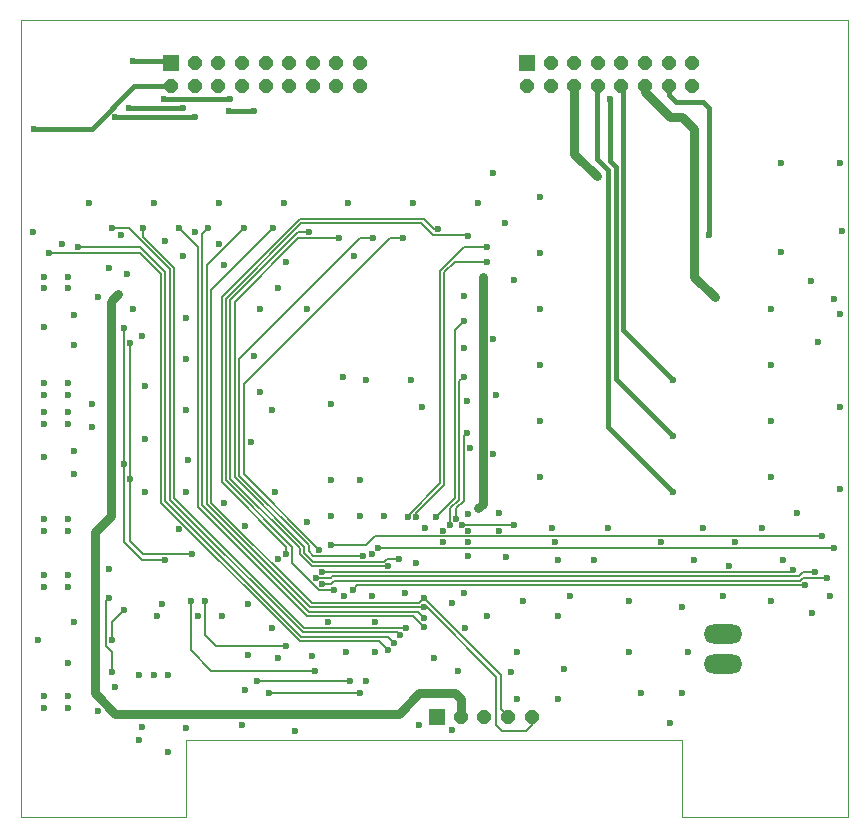
<source format=gbr>
G04 EdaTools v1.0. *
G04 EdaTools CAM processor. Gerber generator. *
G04 BEGIN HEADER *
%TF.FileFunction,Copper,L2,Bottom,Signal*%
%TF.FilePolarity,Positive*%
%MOMM*%
%FSLAX35Y35*%
%OFA0B0*%
%IPPOS*%
G04 END HEADER *
G04 BEGIN MACROS *
%AMM0*21,1,$1,$2-$3-$3,0,0,$4*
21,1,$1-$3-$3,$2,0,0,$4*
$5=$1/2*
$6=$2/2*
$7=2x$3*
1,1,$7,$5-$3,$6-$3,$4*
1,1,$7,-$5+$3,$6-$3,$4*
1,1,$7,-$5+$3,-$6+$3,$4*
1,1,$7,$5-$3,-$6+$3,$4*%
%AMM1*21,1,$1,$2,0,0,$4*
1,0,$3,0,0,0*%
G04 END MACROS *
G04 BEGIN APERTURES *
%ADD41C,0.01*%
%ADD42M1,1.28X1.28X0X90*%
%ADD43P,1.28X8X112.5*%
%ADD44O,3.2512X1.6256*%
%ADD45P,1.28X8X22.5*%
%ADD46M1,1.28X1.28X0X0*%
%ADD47C,0.6*%
%ADD48C,0.8*%
%ADD49C,0.6*%
%ADD50C,0.2*%
%ADD51C,0.4*%
G04 END APERTURES *
G04 BEGIN IMAGE *
D41*
D02*
X01400000D01*
D02*
Y00650000D01*
D02*
X05600000D01*
D02*
Y00000000D01*
D02*
X07000000D01*
D02*
Y06750000D01*
D02*
X00000000D01*
D02*
Y00000000D01*
D42*
X03525000Y00850000D03*
D43*
X03725000D03*
X03925000D03*
X04125000D03*
X04325000D03*
D44*
X05944000Y01552000D03*
Y01298000D03*
D45*
X01273000Y06187500D03*
D46*
Y06387500D03*
D45*
X01473000Y06187500D03*
Y06387500D03*
X01673000Y06187500D03*
Y06387500D03*
X01873000Y06187500D03*
Y06387500D03*
X02073000Y06187500D03*
Y06387500D03*
X02273000Y06187500D03*
Y06387500D03*
X02473000Y06187500D03*
Y06387500D03*
X02673000Y06187500D03*
Y06387500D03*
X02873000D03*
Y06187500D03*
X04285500D03*
D46*
Y06387500D03*
D45*
X04485500Y06187500D03*
Y06387500D03*
X04685500Y06187500D03*
Y06387500D03*
X04885500Y06187500D03*
Y06387500D03*
X05085500Y06187500D03*
Y06387500D03*
X05285500Y06187500D03*
Y06387500D03*
X05485500Y06187500D03*
Y06387500D03*
X05685500Y06187500D03*
Y06387500D03*
D47*
X00200000Y04575000D03*
X00400000D03*
Y04475000D03*
X00200000D03*
Y03675000D03*
Y03575000D03*
X00400000D03*
Y03675000D03*
X00200000Y03425000D03*
X00400000D03*
Y03325000D03*
X00200000D03*
Y02525000D03*
X00400000D03*
Y02425000D03*
X00200000D03*
Y02050000D03*
X00400000D03*
Y01950000D03*
X00200000D03*
Y01025000D03*
Y00925000D03*
X00400000D03*
Y01025000D03*
X01725000Y02662500D03*
X03375000Y00775000D03*
X04400000Y03825000D03*
Y03350000D03*
X04150000Y01225000D03*
X04600000Y01250000D03*
X05150000Y01400000D03*
X05250000Y01050000D03*
X05500000Y00800000D03*
X05600000Y01050000D03*
X05650000Y01400000D03*
X02025000Y03600000D03*
X01400000Y02750000D03*
X01725000Y04675000D03*
X02825000Y04750000D03*
X02025000Y04300000D03*
X01950000Y03175000D03*
X01400000Y03450000D03*
Y03875000D03*
Y04225000D03*
X00350000Y04850000D03*
X00950000Y04300000D03*
X01025000Y04075000D03*
X00450000Y04250000D03*
X00650000Y04400000D03*
X00450000Y03100000D03*
X00600000Y03300000D03*
X00450000Y02900000D03*
Y04000000D03*
X00600000Y03500000D03*
X01050000Y02750000D03*
Y03200000D03*
Y03650000D03*
X01400000Y00750000D03*
X01875000Y00775000D03*
X01900000Y01075000D03*
X01250000Y01200000D03*
X01000000D03*
X01900000Y02462500D03*
X02625000Y03500000D03*
X02175000Y04475000D03*
X02725000Y03725000D03*
X02250000Y04700000D03*
X01412500Y03025000D03*
X00750000Y04650000D03*
X04000000Y05450000D03*
X04550000Y01700000D03*
X02125000Y03450000D03*
X01125000Y01200000D03*
X01025000Y00762500D03*
X02925000Y01150000D03*
X06575000Y02575000D03*
X06275000Y02450000D03*
X05775000D03*
X05425000Y02325000D03*
X04975000Y02450000D03*
X04500000D03*
X04550000Y02175000D03*
X04850000D03*
X04112500Y02200000D03*
X04250000Y01825000D03*
X04650000Y01875000D03*
X05150000Y01825000D03*
X05600000Y01775000D03*
X05950000Y01875000D03*
X06350000Y01825000D03*
X06700000Y01725000D03*
X06850000Y01875000D03*
X06450000Y02175000D03*
X06000000Y02125000D03*
X05700000Y02175000D03*
X06350000Y02875000D03*
Y03350000D03*
Y03825000D03*
Y04300000D03*
X06937500Y05537500D03*
X06437500D03*
Y04787500D03*
X06937500Y04262500D03*
X06750000Y04025000D03*
X06937500Y03475000D03*
Y02775000D03*
X04550000Y01000000D03*
X04200000D03*
Y01400000D03*
X03500000Y01350000D03*
X03350000Y02150000D03*
X03250000Y01900000D03*
X02975000Y01875000D03*
X03000000Y01650000D03*
X02175000Y01350000D03*
X02125000Y01600000D03*
X01925000Y01800000D03*
X01700000Y01700000D03*
X01925000Y01375000D03*
X01150000Y01700000D03*
X01200000Y01800000D03*
X00800000Y01100000D03*
X00650000Y00900000D03*
X01000000Y00650000D03*
X01250000Y00550000D03*
X02325000Y00725000D03*
X03300000Y03700000D03*
X03400000Y03475000D03*
X02925000Y03700000D03*
X02425000Y04300000D03*
X01975000Y03900000D03*
X03750000Y04412500D03*
X04100000Y05025000D03*
X02150000Y02750000D03*
X02625000Y02850000D03*
X02425000Y02500000D03*
X02875000Y02550000D03*
Y02850000D03*
X03075000Y02550000D03*
X03425000Y02450000D03*
X03575000Y02325000D03*
X03787500Y02212500D03*
X03750000Y01900000D03*
X03700000Y01237500D03*
X03650000Y00737500D03*
X01500000Y01700000D03*
X01337500Y02437500D03*
X00750000Y02100000D03*
X04050000Y02575000D03*
X04000000Y03075000D03*
X04025000Y03575000D03*
X04000000Y04050000D03*
X03750000Y03975000D03*
X03775000Y03525000D03*
X03800000Y03125000D03*
X03875000Y05200000D03*
X04400000Y05250000D03*
Y04775000D03*
Y04300000D03*
X04175000Y04550000D03*
X04400000Y02875000D03*
X04050000Y02425000D03*
X02737500Y01875000D03*
X03950000Y01700000D03*
X06887500Y04387500D03*
X06687500Y04537500D03*
X06950000Y04962500D03*
X03650000Y01812500D03*
X03762500Y01600000D03*
X04525000Y02325000D03*
X06050000D03*
X02975000Y02225000D03*
X03000000Y01400000D03*
X02750000D03*
X02462500Y01362500D03*
X02625000Y02550000D03*
X02175000Y02187500D03*
X00450000Y01650000D03*
X00400000Y01300000D03*
X00150000Y01500000D03*
X00200000Y03050000D03*
Y04150000D03*
X00100000Y04950000D03*
X00850000Y04925000D03*
X00575000Y05200000D03*
X01125000D03*
X01675000D03*
X02225000D03*
X02775000D03*
X03325000D03*
X01675000Y04850000D03*
X01475000Y04950000D03*
X01375000Y04750000D03*
X01225000Y04875000D03*
X00900000Y04600000D03*
X02600000Y01650000D03*
X03787500Y02562500D03*
X03575000Y02425000D03*
X03787500Y02325000D03*
Y02425000D03*
X03375000Y01050000D03*
D48*
D02*
X03675000D01*
D02*
X03725000Y01000000D01*
D02*
Y00850000D01*
D47*
X00762500Y02737500D03*
D48*
D02*
Y03887500D01*
D47*
D03*
D48*
D02*
Y04362500D01*
D49*
D02*
X00775000Y04375000D01*
D48*
D02*
X00825000Y04425000D01*
D47*
D03*
X00762500Y02550000D03*
D48*
X03912500Y04575000D02*
Y02650000D01*
D02*
X03875000Y02612500D01*
D47*
D03*
D48*
X03375000Y01050000D02*
X03200000Y00875000D01*
D02*
X00800000D01*
D02*
X00625000Y01050000D01*
D47*
X03912500Y04575000D03*
X00762500Y04362500D03*
D48*
Y02737500D02*
Y02550000D01*
X00625000Y02412500D02*
Y01050000D01*
Y02412500D02*
X00762500Y02550000D01*
D47*
X03275000Y02537500D03*
D50*
D02*
Y02550000D01*
D02*
X03550000Y02825000D01*
D02*
Y04625000D01*
D02*
X03750000Y04825000D01*
D02*
X03950000D01*
D47*
D03*
X03350000Y02537500D03*
X03950000Y04700000D03*
D50*
X03350000Y02537500D02*
Y02575000D01*
D02*
X03587500Y02812500D01*
D02*
Y04612500D01*
D02*
X03675000Y04700000D01*
D02*
X03950000D01*
D47*
X03687500Y02525000D03*
D50*
D02*
Y02612500D01*
D02*
X03750000Y02675000D01*
D02*
Y03225000D01*
D02*
X03775000Y03250000D01*
D47*
D03*
X03637500Y02475000D03*
D50*
D02*
Y02612500D01*
D02*
X03712500Y02687500D01*
D02*
Y03687500D01*
D02*
X03750000Y03725000D01*
D47*
D03*
X00775000Y01225000D03*
D50*
D02*
Y01400000D01*
D02*
X00725000Y01450000D01*
D02*
Y01825000D01*
D02*
X00750000Y01850000D01*
D47*
D03*
X00775000Y01500000D03*
D50*
D02*
Y01650000D01*
D02*
X00875000Y01750000D01*
D47*
D03*
X01437500Y01825000D03*
D50*
D02*
Y01412500D01*
D02*
X01612500Y01237500D01*
D02*
X02487500D01*
D47*
D03*
X02875000Y01050000D03*
D50*
D02*
X02100000D01*
D47*
D03*
X01562500Y01825000D03*
D50*
D02*
Y01537500D01*
D02*
X01650000Y01450000D01*
D02*
X02250000D01*
D47*
D03*
X02787500Y01150000D03*
D50*
D02*
X02000000D01*
D47*
D03*
X03512500Y02537500D03*
D50*
D02*
X03675000Y02700000D01*
D02*
Y04125000D01*
D02*
X03750000Y04200000D01*
D47*
D03*
X03737500Y02475000D03*
D50*
D02*
X04175000D01*
D47*
D03*
X00950000Y06400000D03*
D51*
D02*
X01260500D01*
D02*
X01273000Y06387500D01*
Y06187500D02*
X00962500D01*
D02*
X00600000Y05825000D01*
D02*
X00112500D01*
D47*
D03*
X00912500Y06000000D03*
D51*
D02*
X01375000D01*
D47*
D03*
X00800000Y05925000D03*
D51*
D02*
X01475000D01*
D47*
D03*
X01212500Y06075000D03*
D51*
D02*
X01775000D01*
D47*
D03*
X01762500Y05975000D03*
D51*
D02*
X01975000D01*
D47*
D03*
D50*
X01500000Y04825000D02*
Y02625000D01*
D02*
X02425000Y01700000D01*
D02*
X03325000D01*
D02*
X03412500Y01612500D01*
D47*
D03*
D50*
X01500000Y04825000D02*
X01337500Y04987500D01*
D47*
D03*
D50*
X01587500D02*
X01537500Y04937500D01*
D02*
Y02637500D01*
D02*
X02437500Y01737500D01*
D02*
X03362500D01*
D02*
X03412500Y01687500D01*
D47*
D03*
X01587500Y04987500D03*
D50*
X01262500Y04637500D02*
Y02687500D01*
D02*
X02387500Y01562500D01*
D02*
X03187500D01*
D02*
X03212500Y01537500D01*
D47*
D03*
D50*
X01262500Y04637500D02*
X00912500Y04987500D01*
D02*
X00775000D01*
D47*
D03*
D50*
X01300000Y04650000D02*
Y02700000D01*
D02*
X02400000Y01600000D01*
D02*
X03262500D01*
D47*
D03*
D50*
X01300000Y04650000D02*
X01037500Y04912500D01*
D02*
Y04987500D01*
D47*
D03*
D50*
X01187500Y04600000D02*
Y02662500D01*
D02*
X02362500Y01487500D01*
D02*
X03037500D01*
D02*
X03112500Y01412500D01*
D47*
D03*
D50*
X01187500Y04600000D02*
X01012500Y04775000D01*
D02*
X00237500D01*
D47*
D03*
D50*
X01225000Y04612500D02*
Y02675000D01*
D02*
X02375000Y01525000D01*
D02*
X03112500D01*
D02*
X03162500Y01475000D01*
D47*
D03*
D50*
X01225000Y04612500D02*
X01012500Y04825000D01*
D47*
X00487500D03*
D50*
D02*
X01012500D01*
D47*
X05525000Y02750000D03*
D51*
X04875000Y06177000D02*
Y05575000D01*
D02*
X04975000Y05475000D01*
D02*
Y03300000D01*
D02*
X05525000Y02750000D01*
D47*
X04987500Y06075000D03*
D51*
D02*
Y05550000D01*
D02*
X05037500Y05500000D01*
D02*
Y03712500D01*
D47*
X05525000Y03225000D03*
D51*
D02*
X05037500Y03712500D01*
D47*
X02550000Y02075000D03*
D50*
D02*
X06525000D01*
D02*
X06537500Y02087500D01*
D47*
D03*
X02812500Y01925000D03*
D50*
D02*
X02850000Y01962500D01*
D02*
X06637500D01*
D47*
D03*
D50*
X01575000Y04675000D02*
Y02650000D01*
D02*
X02450000Y01775000D01*
D02*
X03412500D01*
D47*
D03*
D50*
X04325000Y00850000D02*
Y00775000D01*
D02*
X04275000Y00725000D01*
D02*
X04075000D01*
D02*
X04025000Y00775000D01*
D02*
Y01187500D01*
D02*
X03437500Y01775000D01*
D02*
X03412500D01*
X01575000Y04675000D02*
X01887500Y04987500D01*
D47*
D03*
X03412500Y01850000D03*
D50*
X01612500Y04462500D02*
Y02662500D01*
D02*
X02462500Y01812500D01*
D02*
X03375000D01*
D02*
X03412500Y01850000D01*
X04062500Y01200000D02*
X03412500Y01850000D01*
X04062500Y01200000D02*
Y00912500D01*
D02*
X04125000Y00850000D01*
X01612500Y04462500D02*
X02137500Y04987500D01*
D47*
D03*
X00925000Y04012500D03*
D50*
D02*
Y02862500D01*
D47*
D03*
D50*
D02*
Y02337500D01*
D02*
X01037500Y02225000D01*
D02*
X01450000D01*
D47*
D03*
X00875000Y04137500D03*
D50*
D02*
Y02987500D01*
D47*
D03*
D50*
D02*
Y02325000D01*
D02*
X01025000Y02175000D01*
D02*
X01225000D01*
D47*
D03*
X05525000Y03700000D03*
D51*
D02*
X05100000Y04125000D01*
D02*
Y06173000D01*
D02*
X05085500Y06187500D01*
D47*
X03200000Y02187500D03*
D50*
D02*
X03100000D01*
D02*
X03075000Y02162500D01*
D02*
X02475000D01*
D02*
X02400000Y02237500D01*
X01812500Y02875000D02*
Y04362500D01*
D02*
X02350000Y04900000D01*
D02*
X02690500D01*
D47*
D03*
D50*
X01812500Y02875000D02*
X02400000Y02287500D01*
D02*
Y02237500D01*
D47*
X03112500Y02125000D03*
D50*
D02*
X02462500D01*
X01775000Y02862500D02*
Y04375000D01*
D02*
X02350000Y04950000D01*
D02*
X02436500D01*
D47*
D03*
D50*
X02462500Y02125000D02*
X02362500Y02225000D01*
D02*
Y02275000D01*
D02*
X01775000Y02862500D01*
D47*
X02500000Y02025000D03*
D50*
D02*
X02625000D01*
D02*
X02637500Y02037500D01*
D02*
X06587500D01*
D02*
X06625000Y02075000D01*
D02*
X06725000D01*
D47*
D03*
X06787500Y02375000D03*
D50*
D02*
X03000000D01*
D02*
X02925000Y02300000D01*
D02*
X02625000D01*
D47*
D03*
D50*
X01887500Y02900000D02*
Y03662500D01*
D02*
X03125000Y04900000D01*
D02*
X03240500D01*
D47*
D03*
X02525000Y02262500D03*
D50*
X01887500Y02900000D02*
X02525000Y02262500D01*
D47*
X02900000Y02212500D03*
D50*
X01850000Y02887500D02*
Y03875000D01*
X02900000Y02212500D02*
X02475000D01*
X01850000Y03875000D02*
X02875000Y04900000D01*
D02*
X02986500D01*
D47*
D03*
D50*
X01850000Y02887500D02*
X02437500Y02300000D01*
D02*
Y02250000D01*
D02*
X02475000Y02212500D01*
D48*
X04685500Y06187500D02*
Y05614500D01*
D02*
X04875000Y05425000D01*
D47*
D03*
D48*
X05285500Y06187500D02*
Y06139500D01*
D02*
X05500000Y05925000D01*
D02*
X05600000D01*
D02*
X05700000Y05825000D01*
D02*
Y04575000D01*
D02*
X05875000Y04400000D01*
D47*
D03*
X06887500Y02275000D03*
D50*
D02*
X03025000D01*
D47*
D03*
X02550000Y01975000D03*
D50*
X02650000Y02000000D02*
X06600000D01*
D02*
X06625000Y02025000D01*
D02*
X06825000D01*
D47*
D03*
D50*
X02550000Y01975000D02*
X02625000D01*
D02*
X02650000Y02000000D01*
X01737500Y02850000D02*
Y04387500D01*
D02*
X02375000Y05025000D01*
D02*
X03387500D01*
D02*
X03487500Y04925000D01*
D02*
X03788500D01*
D02*
X03790500Y04923000D01*
D47*
D03*
D50*
X01737500Y02850000D02*
X02300000Y02287500D01*
D47*
X02650000Y01925000D03*
D50*
X02300000Y02287500D02*
Y02150000D01*
D02*
X02525000Y01925000D01*
D02*
X02650000D01*
D47*
X02250000Y02225000D03*
D50*
D02*
Y02287500D01*
D02*
X01700000Y02837500D01*
D02*
Y04400000D01*
D02*
X02362500Y05062500D01*
D02*
X03411500D01*
D47*
X03536500Y04975000D03*
D50*
D02*
X03499000D01*
D02*
X03411500Y05062500D01*
D47*
X05825000Y04925000D03*
D51*
D02*
Y06000000D01*
D02*
X05775000Y06050000D01*
D02*
X05550000D01*
D02*
X05485500Y06114500D01*
Y06187500D02*
Y06114500D01*
G04 END IMAGE *
M02*

</source>
